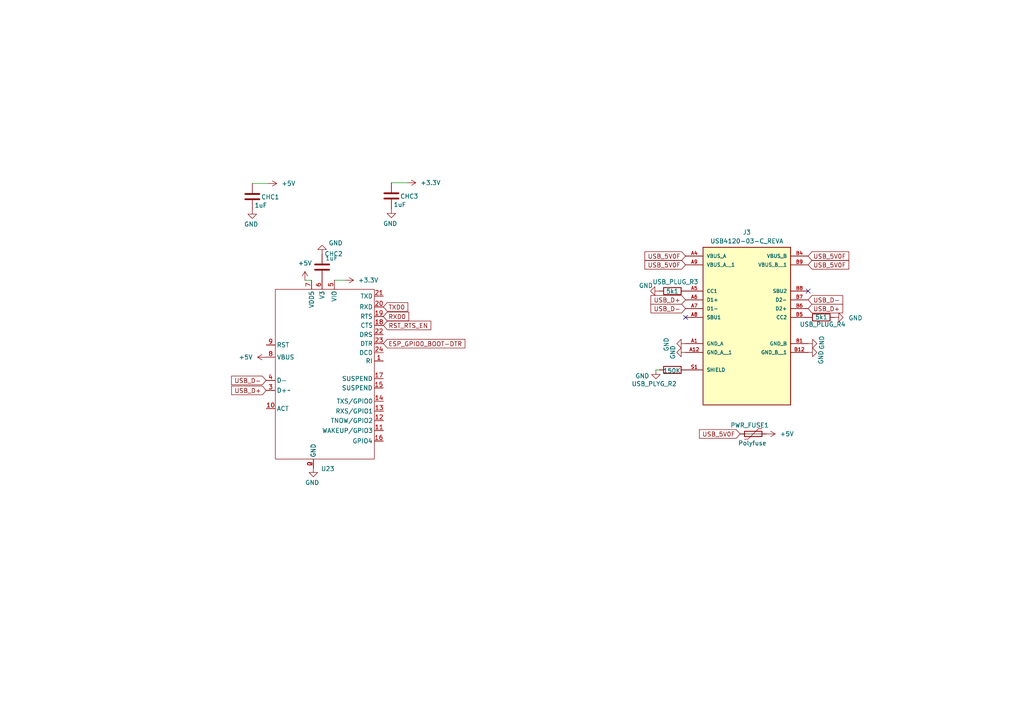
<source format=kicad_sch>
(kicad_sch (version 20230121) (generator eeschema)
  (paper "A4")
  (lib_symbols
    (symbol "AeonLabs_IC:CH9102F"
      (property "Reference" "U" (at 0.1778 6.8326 0))
      (symbol "CH9102F_0_1"
        (rectangle (start -3.9624 29.2608) (end 24.765 -19.9644))
      )
      (symbol "CH9102F_1_1"
        (pin power_in line (at 7.0612 -22.5806 90) (length 2.54) (name "GND") (number "0"))
        (pin input line (at 27.3558 8.4836 180) (length 2.54) (name "RI") (number "1"))
        (pin output line (at -6.604 -5.334 0) (length 2.54) (name "ACT") (number "10"))
        (pin bidirectional line (at 27.4066 -11.7094 180) (length 2.54) (name "WAKEUP/GPIO3") (number "11"))
        (pin bidirectional line (at 27.4066 -8.8138 180) (length 2.54) (name "TNOW/GPIO2") (number "12"))
        (pin bidirectional line (at 27.432 -6.0706 180) (length 2.54) (name "RXS/GPIO1") (number "13"))
        (pin bidirectional line (at 27.4066 -3.2004 180) (length 2.54) (name "TXS/GPIO0") (number "14"))
        (pin output line (at 27.3304 0.6604 180) (length 2.54) (name "SUSPEND") (number "15"))
        (pin bidirectional line (at 27.3304 -14.732 180) (length 2.54) (name "GPIO4") (number "16"))
        (pin output line (at 27.3558 3.3528 180) (length 2.54) (name "SUSPEND") (number "17"))
        (pin input line (at 27.4066 18.796 180) (length 2.54) (name "CTS") (number "18"))
        (pin output line (at 27.3558 21.3868 180) (length 2.54) (name "RTS") (number "19"))
        (pin power_in line (at 7.0612 -22.5806 90) (length 2.54) (name "GND") (number "2"))
        (pin input line (at 27.3812 24.1554 180) (length 2.54) (name "RXD") (number "20"))
        (pin output line (at 27.3812 27.2796 180) (length 2.54) (name "TXD") (number "21"))
        (pin input line (at 27.3558 16.129 180) (length 2.54) (name "DRS") (number "22"))
        (pin output line (at 27.3812 13.5128 180) (length 2.54) (name "DTR") (number "23"))
        (pin input line (at 27.3812 10.8712 180) (length 2.54) (name "DCD") (number "24"))
        (pin bidirectional line (at -6.604 -0.0508 0) (length 2.54) (name "D+") (number "3"))
        (pin bidirectional line (at -6.6294 2.8448 0) (length 2.54) (name "D-") (number "4"))
        (pin power_in line (at 13.1318 31.9024 270) (length 2.54) (name "VIO") (number "5"))
        (pin power_in line (at 9.6012 31.9024 270) (length 2.54) (name "V3") (number "6"))
        (pin power_in line (at 6.5532 31.877 270) (length 2.54) (name "VDD5") (number "7"))
        (pin input line (at -6.5786 9.5758 0) (length 2.54) (name "VBUS") (number "8"))
        (pin bidirectional line (at -6.604 13.1318 0) (length 2.54) (name "RST") (number "9"))
      )
    )
    (symbol "AeonLabs_connectors:USB4120-03-C_REVA" (pin_names (offset 1.016))
      (property "Reference" "J" (at -12.7 16.002 0))
      (property "Value" "USB4120-03-C_REVA" (at -12.7 -31.242 0))
      (symbol "USB4120-03-C_REVA_0_0"
        (rectangle (start -12.7 -30.48) (end 12.7 15.24) (stroke (width 0.254)) (fill (type background)))
        (pin power_in line (at -17.78 -12.7 0) (length 5.08) (name "GND_A") (number "A1"))
        (pin power_in line (at -17.78 -15.24 0) (length 5.08) (name "GND_A__1") (number "A12"))
        (pin power_in line (at -17.78 12.7 0) (length 5.08) (name "VBUS_A") (number "A4"))
        (pin bidirectional line (at -17.78 2.54 0) (length 5.08) (name "CC1") (number "A5"))
        (pin bidirectional line (at -17.78 0 0) (length 5.08) (name "D1+") (number "A6"))
        (pin bidirectional line (at -17.78 -2.54 0) (length 5.08) (name "D1-") (number "A7"))
        (pin bidirectional line (at -17.78 -5.08 0) (length 5.08) (name "SBU1") (number "A8"))
        (pin power_in line (at -17.78 10.16 0) (length 5.08) (name "VBUS_A__1") (number "A9"))
        (pin power_in line (at 17.78 -12.7 180) (length 5.08) (name "GND_B") (number "B1"))
        (pin power_in line (at 17.78 -15.24 180) (length 5.08) (name "GND_B__1") (number "B12"))
        (pin power_in line (at 17.78 12.7 180) (length 5.08) (name "VBUS_B") (number "B4"))
        (pin bidirectional line (at 17.78 -5.08 180) (length 5.08) (name "CC2") (number "B5"))
        (pin bidirectional line (at 17.78 -2.54 180) (length 5.08) (name "D2+") (number "B6"))
        (pin bidirectional line (at 17.78 0 180) (length 5.08) (name "D2-") (number "B7"))
        (pin bidirectional line (at 17.78 2.54 180) (length 5.08) (name "SBU2") (number "B8"))
        (pin power_in line (at 17.78 10.16 180) (length 5.08) (name "VBUS_B__1") (number "B9"))
        (pin passive line (at -17.78 -20.32 0) (length 5.08) (name "SHIELD") (number "S1"))
      )
    )
    (symbol "Device:C" (pin_numbers hide) (pin_names (offset 0.254))
      (property "Reference" "C" (at 0.635 2.54 0))
      (property "Value" "C" (at 0.635 -2.54 0))
      (symbol "C_0_1"
        (polyline (pts (xy -2.032 -0.762) (xy 2.032 -0.762)) (stroke (width 0.508)))
        (polyline (pts (xy -2.032 0.762) (xy 2.032 0.762)) (stroke (width 0.508)))
      )
      (symbol "C_1_1"
        (pin passive line (at 0 3.81 270) (length 2.794) (name "~") (number "1"))
        (pin passive line (at 0 -3.81 90) (length 2.794) (name "~") (number "2"))
      )
    )
    (symbol "Device:Polyfuse" (pin_numbers hide) (pin_names (offset 0))
      (property "Reference" "F" (at -2.54 0 90))
      (property "Value" "Polyfuse" (at 2.54 0 90))
      (symbol "Polyfuse_0_1"
        (rectangle (start -0.762 2.54) (end 0.762 -2.54) (stroke (width 0.254)))
        (polyline (pts (xy 0 2.54) (xy 0 -2.54)))
        (polyline (pts (xy -1.524 2.54) (xy -1.524 1.524) (xy 1.524 -1.524) (xy 1.524 -2.54)))
      )
      (symbol "Polyfuse_1_1"
        (pin passive line (at 0 3.81 270) (length 1.27) (name "~") (number "1"))
        (pin passive line (at 0 -3.81 90) (length 1.27) (name "~") (number "2"))
      )
    )
    (symbol "Device:R" (pin_numbers hide) (pin_names (offset 0))
      (property "Reference" "R" (at 2.032 0 90))
      (property "Value" "R" (at 0 0 90))
      (symbol "R_0_1"
        (rectangle (start -1.016 -2.54) (end 1.016 2.54) (stroke (width 0.254)))
      )
      (symbol "R_1_1"
        (pin passive line (at 0 3.81 270) (length 1.27) (name "~") (number "1"))
        (pin passive line (at 0 -3.81 90) (length 1.27) (name "~") (number "2"))
      )
    )
    (symbol "power:+3.3V" (power) (pin_names (offset 0))
      (property "Value" "+3.3V" (at 0 3.556 0))
      (symbol "+3.3V_0_1"
        (polyline (pts (xy -0.762 1.27) (xy 0 2.54)))
        (polyline (pts (xy 0 0) (xy 0 2.54)))
        (polyline (pts (xy 0 2.54) (xy 0.762 1.27)))
      )
      (symbol "+3.3V_1_1"
        (pin power_in line (at 0 0 90) (length 0) hide (name "+3.3V") (number "1"))
      )
    )
    (symbol "power:+5V" (power) (pin_names (offset 0))
      (property "Value" "+5V" (at 0 3.556 0))
      (symbol "+5V_0_1"
        (polyline (pts (xy -0.762 1.27) (xy 0 2.54)))
        (polyline (pts (xy 0 0) (xy 0 2.54)))
        (polyline (pts (xy 0 2.54) (xy 0.762 1.27)))
      )
      (symbol "+5V_1_1"
        (pin power_in line (at 0 0 90) (length 0) hide (name "+5V") (number "1"))
      )
    )
    (symbol "power:GND" (power) (pin_names (offset 0))
      (property "Value" "GND" (at 0 -3.81 0))
      (symbol "GND_0_1"
        (polyline (pts (xy 0 0) (xy 0 -1.27) (xy 1.27 -1.27) (xy 0 -2.54) (xy -1.27 -1.27) (xy 0 -1.27)))
      )
      (symbol "GND_1_1"
        (pin power_in line (at 0 0 270) (length 0) hide (name "GND") (number "1"))
      )
    )
  )
  (no_connect (at 198.8312 92.0496))
  (no_connect (at 234.3912 84.4296))
  (wire (pts (xy 190.246 107.3404) (xy 190.246 107.2896)))
  (wire (pts (xy 73.1774 53.213) (xy 77.724 53.213)))
  (wire (pts (xy 99.9998 81.28) (xy 96.9518 81.28)))
  (wire (pts (xy 113.5126 53.0098) (xy 118.0592 53.0098)))
  (wire (pts (xy 190.246 107.2896) (xy 191.2112 107.2896)))
  (wire (pts (xy 88.4428 81.3054) (xy 90.3732 81.3054)))
  (global_label "RXD0" (shape input) (at 111.1758 91.7956 0) (property "Intersheetrefs" "${INTERSHEET_REFS}" (effects hide)))
  (global_label "USB_5V0F" (shape input) (at 198.8312 74.2696 180) (property "Intersheetrefs" "${INTERSHEET_REFS}" (effects hide)))
  (global_label "ESP_GPIO0_BOOT-DTR" (shape input) (at 111.2012 99.6696 0) (property "Intersheetrefs" "${INTERSHEET_REFS}" (effects hide)))
  (global_label "USB_D-" (shape input) (at 77.1906 110.3376 180) (property "Intersheetrefs" "${INTERSHEET_REFS}" (effects hide)))
  (global_label "USB_D+" (shape input) (at 234.3912 89.5096 0) (property "Intersheetrefs" "${INTERSHEET_REFS}" (effects hide)))
  (global_label "TXD0" (shape input) (at 111.2012 89.027 0) (property "Intersheetrefs" "${INTERSHEET_REFS}" (effects hide)))
  (global_label "USB_D-" (shape input) (at 198.8312 89.5096 180) (property "Intersheetrefs" "${INTERSHEET_REFS}" (effects hide)))
  (global_label "USB_D-" (shape input) (at 234.3912 86.9696 0) (property "Intersheetrefs" "${INTERSHEET_REFS}" (effects hide)))
  (global_label "USB_5V0F" (shape input) (at 234.3912 74.2696 0) (property "Intersheetrefs" "${INTERSHEET_REFS}" (effects hide)))
  (global_label "RST_RTS_EN" (shape input) (at 111.2266 94.3864 0) (property "Intersheetrefs" "${INTERSHEET_REFS}" (effects hide)))
  (global_label "USB_5V0F" (shape input) (at 234.3912 76.8096 0) (property "Intersheetrefs" "${INTERSHEET_REFS}" (effects hide)))
  (global_label "USB_D+" (shape input) (at 198.8312 86.9696 180) (property "Intersheetrefs" "${INTERSHEET_REFS}" (effects hide)))
  (global_label "USB_5V0F" (shape input) (at 214.6554 125.857 180) (property "Intersheetrefs" "${INTERSHEET_REFS}" (effects hide)))
  (global_label "USB_D+" (shape input) (at 77.216 113.2332 180) (property "Intersheetrefs" "${INTERSHEET_REFS}" (effects hide)))
  (global_label "USB_5V0F" (shape input) (at 198.8312 76.8096 180) (property "Intersheetrefs" "${INTERSHEET_REFS}" (effects hide)))
  (symbol (lib_id "Device:C") (at 73.1774 57.023 0) (unit 1)
    (property "Reference" "CHC1" (at 75.7174 57.15 0) (effects (justify left)))
    (property "Value" "1uF" (at 73.8124 59.563 0) (effects (justify left)))
    (property "Footprint" "Capacitor_SMD:C_0603_1608Metric" (effects hide))
  )
  (symbol (lib_id "power:+5V") (at 222.2754 125.857 270) (unit 1)
    (property "Reference" "#PWR0245" (effects hide))
    (property "Value" "+5V" (at 226.187 125.857 90) (effects (justify left)))
  )
  (symbol (lib_id "power:+5V") (at 88.4428 81.3054 0) (unit 1)
    (property "Reference" "#PWR0249" (effects hide))
    (property "Value" "+5V" (at 88.4428 76.327 0))
  )
  (symbol (lib_id "AeonLabs_IC:CH9102F") (at 83.82 113.1824 0) (unit 1)
    (property "Reference" "U23" (at 93.0753 135.9662 0) (effects (justify left)))
    (property "Value" "~" (at 83.82 113.1824 0))
    (property "Footprint" "AeonLabs_IC:CH9102F" (effects hide))
  )
  (symbol (lib_id "power:GND") (at 198.8312 99.6696 270) (mirror x) (unit 1)
    (property "Reference" "#PWR0240" (effects hide))
    (property "Value" "GND" (at 193.2686 101.9556 0) (effects (justify left)))
  )
  (symbol (lib_id "AeonLabs_connectors:USB4120-03-C_REVA") (at 216.6112 86.9696 0) (unit 1)
    (property "Reference" "J3" (at 216.6112 67.3862 0))
    (property "Value" "USB4120-03-C_REVA" (at 216.6112 69.9262 0))
    (property "Footprint" "AeonLabs_Connectors:USB-C Vertical GCT_USB4120-03-C_REVA" (effects hide))
    (property "MF" "Global Connector Technology" (effects hide))
    (property "MAXIMUM_PACKAGE_HEIGHT" "6.5mm" (effects hide))
    (property "Package" "None" (effects hide))
    (property "Price" "None" (effects hide))
    (property "Check_prices" "https://www.snapeda.com/parts/USB4120-03-C/Global+Connector+Technology/view-part/?ref=eda" (effects hide))
    (property "STANDARD" "Manufacturer Recommendations" (effects hide))
    (property "PARTREV" "A" (effects hide))
    (property "SnapEDA_Link" "https://www.snapeda.com/parts/USB4120-03-C/Global+Connector+Technology/view-part/?ref=snap" (effects hide))
    (property "MP" "USB4120-03-C" (effects hide))
    (property "Description" "\nUSB 2.0 Connector Type C Vertical Receptacle, 6.50mm profile, 16 Pins, Surface mount, Top mount, low profile, low cost\n" (effects hide))
    (property "Availability" "In Stock" (effects hide))
    (property "MANUFACTURER" "GCT" (effects hide))
  )
  (symbol (lib_id "power:GND") (at 198.8312 102.2096 270) (mirror x) (unit 1)
    (property "Reference" "#PWR0241" (effects hide))
    (property "Value" "GND" (at 195.1482 104.2416 0) (effects (justify left)))
  )
  (symbol (lib_id "Device:C") (at 113.5126 56.8198 0) (unit 1)
    (property "Reference" "CHC3" (at 116.0526 56.9468 0) (effects (justify left)))
    (property "Value" "1uF" (at 114.1476 59.3598 0) (effects (justify left)))
    (property "Footprint" "Capacitor_SMD:C_0603_1608Metric" (effects hide))
  )
  (symbol (lib_id "Device:C") (at 93.4212 77.47 0) (unit 1)
    (property "Reference" "CHC2" (at 94.107 73.6346 0) (effects (justify left)))
    (property "Value" "1uF" (at 94.3356 74.9046 0) (effects (justify left)))
    (property "Footprint" "Capacitor_SMD:C_0603_1608Metric" (effects hide))
  )
  (symbol (lib_id "power:GND") (at 190.246 107.3404 0) (mirror y) (unit 1)
    (property "Reference" "#PWR0238" (effects hide))
    (property "Value" "GND" (at 188.341 109.0442 0) (effects (justify left)))
  )
  (symbol (lib_id "power:GND") (at 234.3912 99.6696 90) (unit 1)
    (property "Reference" "#PWR0242" (effects hide))
    (property "Value" "GND" (at 238.3536 101.4222 0) (effects (justify left)))
  )
  (symbol (lib_id "power:GND") (at 234.3912 102.2096 90) (unit 1)
    (property "Reference" "#PWR0243" (effects hide))
    (property "Value" "GND" (at 238.0996 105.7148 0) (effects (justify left)))
  )
  (symbol (lib_id "power:GND") (at 191.2112 84.4296 270) (unit 1)
    (property "Reference" "#PWR0239" (effects hide))
    (property "Value" "GND" (at 189.3824 82.8294 90) (effects (justify right)))
  )
  (symbol (lib_id "power:GND") (at 90.8812 135.763 0) (unit 1)
    (property "Reference" "#PWR0235" (effects hide))
    (property "Value" "GND" (at 88.4936 139.9794 0) (effects (justify left)))
  )
  (symbol (lib_id "power:+5V") (at 77.724 53.213 270) (unit 1)
    (property "Reference" "#PWR0246" (effects hide))
    (property "Value" "+5V" (at 81.6356 53.213 90) (effects (justify left)))
  )
  (symbol (lib_id "power:+3.3V") (at 99.9998 81.28 270) (unit 1)
    (property "Reference" "#PWR0248" (effects hide))
    (property "Value" "+3.3V" (at 103.8606 81.28 90) (effects (justify left)))
  )
  (symbol (lib_id "power:GND") (at 242.0112 92.0496 90) (unit 1)
    (property "Reference" "#PWR0244" (effects hide))
    (property "Value" "GND" (at 246.0752 92.2274 90) (effects (justify right)))
  )
  (symbol (lib_id "power:GND") (at 93.4212 73.66 0) (mirror x) (unit 1)
    (property "Reference" "#PWR0236" (effects hide))
    (property "Value" "GND" (at 95.3008 70.485 0) (effects (justify left)))
  )
  (symbol (lib_id "Device:R") (at 238.2012 92.0496 90) (unit 1)
    (property "Reference" "USB_PLUG_R4" (at 238.6076 94.0816 90))
    (property "Value" "5k1" (at 238.2266 91.9988 90))
    (property "Footprint" "Resistor_SMD:R_0603_1608Metric" (effects hide))
  )
  (symbol (lib_id "power:GND") (at 113.5126 60.6298 0) (unit 1)
    (property "Reference" "#PWR0237" (effects hide))
    (property "Value" "GND" (at 111.125 64.8462 0) (effects (justify left)))
  )
  (symbol (lib_id "power:GND") (at 73.1774 60.833 0) (unit 1)
    (property "Reference" "#PWR0234" (effects hide))
    (property "Value" "GND" (at 70.7898 65.0494 0) (effects (justify left)))
  )
  (symbol (lib_id "Device:R") (at 195.0212 107.2896 270) (mirror x) (unit 1)
    (property "Reference" "USB_PLYG_R2" (at 189.738 111.3282 90))
    (property "Value" "150K" (at 194.8942 107.5436 90))
    (property "Footprint" "Resistor_SMD:R_0603_1608Metric" (effects hide))
  )
  (symbol (lib_id "power:+3.3V") (at 118.0592 53.0098 270) (unit 1)
    (property "Reference" "#PWR0247" (effects hide))
    (property "Value" "+3.3V" (at 121.92 53.0098 90) (effects (justify left)))
  )
  (symbol (lib_id "Device:R") (at 195.0212 84.4296 270) (unit 1)
    (property "Reference" "USB_PLUG_R3" (at 195.9102 81.7626 90))
    (property "Value" "5k1" (at 194.9958 84.4804 90))
    (property "Footprint" "Resistor_SMD:R_0603_1608Metric" (effects hide))
  )
  (symbol (lib_id "Device:Polyfuse") (at 218.4654 125.857 270) (unit 1)
    (property "Reference" "PWR_FUSE1" (at 217.424 123.3424 90))
    (property "Value" "Polyfuse" (at 218.2114 128.524 90))
    (property "Footprint" "Fuse:Fuse_1206_3216Metric_Pad1.42x1.75mm_HandSolder" (effects hide))
  )
  (symbol (lib_id "power:+5V") (at 77.2414 103.6066 90) (unit 1)
    (property "Reference" "#PWR0250" (effects hide))
    (property "Value" "+5V" (at 73.3044 103.6066 90) (effects (justify left)))
  )
)
</source>
